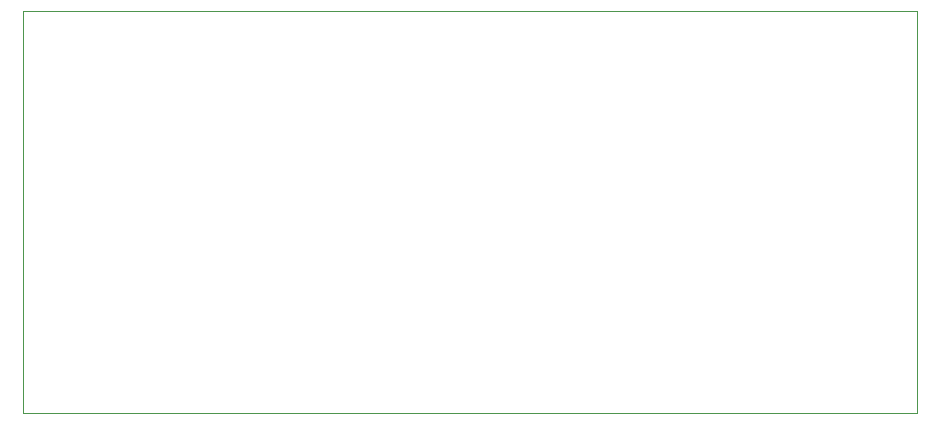
<source format=gm1>
G04 #@! TF.GenerationSoftware,KiCad,Pcbnew,(5.1.12)-1*
G04 #@! TF.CreationDate,2022-10-20T21:35:18-07:00*
G04 #@! TF.ProjectId,Fuente_de_poder,4675656e-7465-45f6-9465-5f706f646572,rev?*
G04 #@! TF.SameCoordinates,Original*
G04 #@! TF.FileFunction,Profile,NP*
%FSLAX46Y46*%
G04 Gerber Fmt 4.6, Leading zero omitted, Abs format (unit mm)*
G04 Created by KiCad (PCBNEW (5.1.12)-1) date 2022-10-20 21:35:18*
%MOMM*%
%LPD*%
G01*
G04 APERTURE LIST*
G04 #@! TA.AperFunction,Profile*
%ADD10C,0.050000*%
G04 #@! TD*
G04 APERTURE END LIST*
D10*
X108966000Y-115570000D02*
X184658000Y-115570000D01*
X108966000Y-81534000D02*
X108966000Y-115570000D01*
X184658000Y-81534000D02*
X108966000Y-81534000D01*
X184658000Y-115570000D02*
X184658000Y-81534000D01*
M02*

</source>
